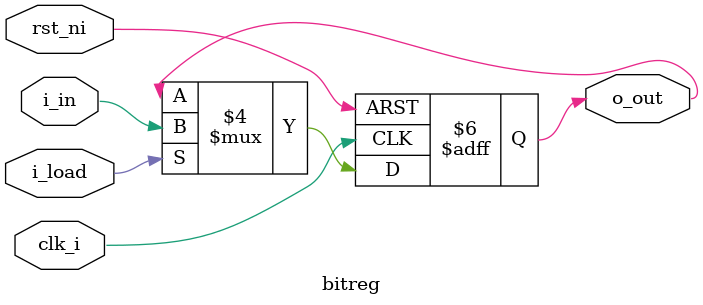
<source format=sv>
`include "dff.sv"

module bitreg(
    input clk_i,
    input rst_ni,

    input logic i_in,
    input logic i_load,

    output logic o_out
);

always @(posedge clk_i or negedge rst_ni) 
    begin
        if (!rst_ni)
            o_out <= 0;
        else if (i_load)
            o_out <= i_in;
        else
            o_out <= o_out; 
    end 

endmodule
</source>
